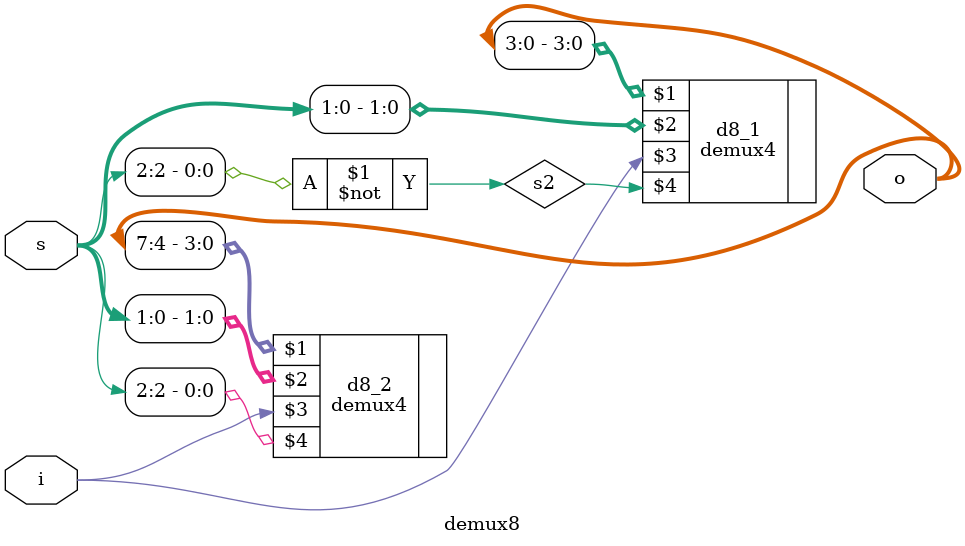
<source format=v>
module demux8(output [7:0] o, input [2:0] s, input i);

wire s2;

nand(s2, s[2]);
demux4 d8_1(o[3:0], s[1:0], i, s2);
demux4 d8_2(o[7:4], s[1:0], i, s[2]);

endmodule
</source>
